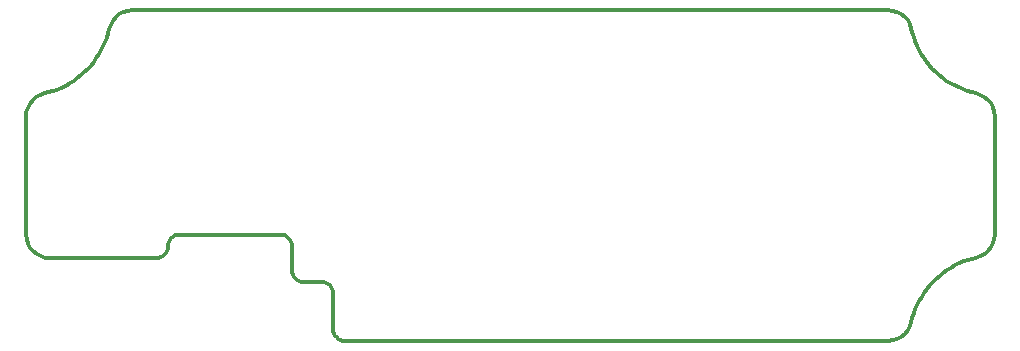
<source format=gm1>
G04 BAE OUTPUT*
%MOIN*%
%ADD10C,0.00500*%
%ADD11C,0.00787*%
%ADD12R,0.00787X0.05904*%
%ADD13R,0.00787X0.05906*%
%ADD14R,0.00787X0.06299*%
%ADD15R,0.00787X0.10236*%
%ADD16C,0.00984*%
%ADD17R,0.00984X0.09843*%
%ADD18R,0.00984X0.11811*%
%ADD19R,0.00984X0.27559*%
%ADD20R,0.00984X0.44291*%
%ADD21C,0.00985*%
%ADD22R,0.00985X0.09843*%
%ADD23R,0.00985X0.11811*%
%ADD24R,0.00985X0.27559*%
%ADD25R,0.00985X0.44291*%
%ADD26R,0.01102X0.05904*%
%ADD27R,0.01102X0.05906*%
%ADD28C,0.01181*%
%ADD29R,0.01181X0.06102*%
%ADD30R,0.01181X0.11811*%
%ADD31C,0.01575*%
%ADD32R,0.01575X0.02362*%
%ADD33R,0.01575X0.05906*%
%ADD34R,0.01575X0.18898*%
%ADD35R,0.01575X0.23228*%
%ADD36C,0.01576*%
%ADD37R,0.01576X0.02362*%
%ADD38R,0.01576X0.05904*%
%ADD39R,0.01576X0.18898*%
%ADD40R,0.01576X0.23228*%
%ADD41R,0.01693X0.06496*%
%ADD42R,0.01772X0.06693*%
%ADD43C,0.01969*%
%ADD44R,0.01969X0.02362*%
%ADD45R,0.02164X0.06496*%
%ADD46R,0.02165X0.06496*%
%ADD47R,0.02362X0.01575*%
%ADD48R,0.02362X0.01576*%
%ADD49R,0.02362X0.01969*%
%ADD50C,0.02362*%
%ADD51R,0.02362X0.02362*%
%ADD52R,0.02362X0.02755*%
%ADD53R,0.02362X0.02756*%
%ADD54R,0.02362X0.05118*%
%ADD55R,0.02362X0.06102*%
%ADD56R,0.02520X0.02520*%
%ADD57R,0.02755X0.02362*%
%ADD58R,0.02756X0.02362*%
%ADD59R,0.02953X0.03346*%
%ADD60R,0.02953X0.05709*%
%ADD61R,0.02953X0.06693*%
%ADD62R,0.03150X0.05904*%
%ADD63R,0.03150X0.05906*%
%ADD64R,0.03346X0.02953*%
%ADD65C,0.03543*%
%ADD66R,0.03543X0.04331*%
%ADD67R,0.03543X0.04724*%
%ADD68R,0.03543X0.04725*%
%ADD69R,0.03543X0.05904*%
%ADD70R,0.03543X0.05906*%
%ADD71R,0.03543X0.06299*%
%ADD72R,0.03740X0.06496*%
%ADD73C,0.03937*%
%ADD74R,0.03937X0.04134*%
%ADD75R,0.03937X0.06693*%
%ADD76R,0.03937X0.11811*%
%ADD77R,0.04134X0.03937*%
%ADD78R,0.04134X0.04921*%
%ADD79R,0.04134X0.05315*%
%ADD80R,0.04134X0.05316*%
%ADD81R,0.04134X0.08661*%
%ADD82R,0.04331X0.03543*%
%ADD83R,0.04331X0.06693*%
%ADD84R,0.04331X0.10236*%
%ADD85R,0.04528X0.04724*%
%ADD86R,0.04528X0.04725*%
%ADD87R,0.04528X0.07283*%
%ADD88R,0.04528X0.12402*%
%ADD89R,0.04724X0.03543*%
%ADD90R,0.04724X0.04528*%
%ADD91R,0.04724X0.05512*%
%ADD92R,0.04724X0.05906*%
%ADD93R,0.04724X0.07087*%
%ADD94R,0.04724X0.09252*%
%ADD95R,0.04725X0.03543*%
%ADD96R,0.04725X0.04528*%
%ADD97R,0.04725X0.05512*%
%ADD98R,0.04725X0.05904*%
%ADD99R,0.04725X0.07087*%
%ADD100R,0.04725X0.09252*%
%ADD101R,0.04921X0.04134*%
%ADD102R,0.04921X0.07283*%
%ADD103R,0.04921X0.10827*%
%ADD104R,0.05118X0.02362*%
%ADD105R,0.05315X0.04134*%
%ADD106R,0.05315X0.06102*%
%ADD107R,0.05315X0.06496*%
%ADD108R,0.05315X0.07677*%
%ADD109R,0.05316X0.04134*%
%ADD110R,0.05316X0.06102*%
%ADD111R,0.05316X0.06496*%
%ADD112R,0.05316X0.07677*%
%ADD113R,0.05512X0.04724*%
%ADD114R,0.05512X0.04725*%
%ADD115R,0.05709X0.02953*%
%ADD116R,0.05709X0.07874*%
%ADD117R,0.05709X0.07875*%
%ADD118R,0.05904X0.00787*%
%ADD119R,0.05904X0.01102*%
%ADD120R,0.05904X0.01576*%
%ADD121R,0.05904X0.03150*%
%ADD122R,0.05904X0.03543*%
%ADD123R,0.05904X0.04725*%
%ADD124R,0.05904X0.09449*%
%ADD125R,0.05906X0.00787*%
%ADD126R,0.05906X0.01102*%
%ADD127R,0.05906X0.01575*%
%ADD128R,0.05906X0.03150*%
%ADD129R,0.05906X0.03543*%
%ADD130R,0.05906X0.04724*%
%ADD131R,0.05906X0.09449*%
%ADD132R,0.06102X0.01181*%
%ADD133R,0.06102X0.02362*%
%ADD134R,0.06102X0.05315*%
%ADD135R,0.06102X0.05316*%
%ADD136R,0.06299X0.00787*%
%ADD137R,0.06299X0.03543*%
%ADD138C,0.06299*%
%ADD139R,0.06299X0.08268*%
%ADD140R,0.06299X0.08465*%
%ADD141R,0.06299X0.08466*%
%ADD142R,0.06299X0.13780*%
%ADD143R,0.06496X0.01693*%
%ADD144R,0.06496X0.02164*%
%ADD145R,0.06496X0.02165*%
%ADD146R,0.06496X0.03740*%
%ADD147R,0.06496X0.05315*%
%ADD148R,0.06496X0.05316*%
%ADD149R,0.06693X0.01772*%
%ADD150R,0.06693X0.02953*%
%ADD151R,0.06693X0.03937*%
%ADD152R,0.06693X0.04331*%
%ADD153R,0.06890X0.08858*%
%ADD154R,0.06890X0.14370*%
%ADD155R,0.07087X0.04724*%
%ADD156R,0.07087X0.04725*%
%ADD157C,0.07087*%
%ADD158R,0.07283X0.04528*%
%ADD159R,0.07283X0.04921*%
%ADD160R,0.07283X0.08661*%
%ADD161C,0.07480*%
%ADD162R,0.07677X0.05315*%
%ADD163R,0.07677X0.05316*%
%ADD164C,0.07677*%
%ADD165R,0.07874X0.05709*%
%ADD166R,0.07874X0.23622*%
%ADD167R,0.07875X0.05709*%
%ADD168R,0.07875X0.23622*%
%ADD169R,0.08268X0.06299*%
%ADD170C,0.08268*%
%ADD171R,0.08465X0.06299*%
%ADD172R,0.08465X0.24213*%
%ADD173R,0.08466X0.06299*%
%ADD174R,0.08466X0.24213*%
%ADD175R,0.08661X0.04134*%
%ADD176R,0.08661X0.07283*%
%ADD177R,0.08858X0.06890*%
%ADD178C,0.09054*%
%ADD179C,0.09055*%
%ADD180R,0.09252X0.04724*%
%ADD181R,0.09252X0.04725*%
%ADD182R,0.09449X0.05904*%
%ADD183R,0.09449X0.05906*%
%ADD184C,0.09449*%
%ADD185R,0.09843X0.00984*%
%ADD186R,0.09843X0.00985*%
%ADD187R,0.09843X0.12992*%
%ADD188R,0.10236X0.00787*%
%ADD189R,0.10236X0.04331*%
%ADD190R,0.10433X0.13583*%
%ADD191R,0.10827X0.04921*%
%ADD192R,0.11811X0.00984*%
%ADD193R,0.11811X0.00985*%
%ADD194R,0.11811X0.01181*%
%ADD195R,0.11811X0.03937*%
%ADD196R,0.12402X0.04528*%
%ADD197C,0.12598*%
%ADD198R,0.12992X0.09843*%
%ADD199R,0.13583X0.10433*%
%ADD200R,0.13780X0.06299*%
%ADD201R,0.14370X0.06890*%
%ADD202R,0.16142X0.18898*%
%ADD203R,0.16732X0.19488*%
%ADD204C,0.17717*%
%ADD205R,0.18898X0.01575*%
%ADD206R,0.18898X0.01576*%
%ADD207R,0.18898X0.16142*%
%ADD208R,0.19488X0.16732*%
%ADD209R,0.23228X0.01575*%
%ADD210R,0.23228X0.01576*%
%ADD211R,0.23622X0.07874*%
%ADD212R,0.23622X0.07875*%
%ADD213R,0.24213X0.08465*%
%ADD214R,0.24213X0.08466*%
%ADD215R,0.27559X0.00984*%
%ADD216R,0.27559X0.00985*%
%ADD217R,0.44291X0.00984*%
%ADD218R,0.44291X0.00985*%
%FSLAX34Y34*%
%MOMM*%
G01*
X0Y0D02*
G54D28*
X475000Y322500D02*
X475384Y318598D01*
X476522Y314846*
X478371Y311389*
X480858Y308358*
X483889Y305871*
X487346Y304022*
X491098Y302884*
X495000Y302500*
X585000*
X586951Y302692*
X588827Y303261*
X590556Y304185*
X592071Y305429*
X593315Y306944*
X594239Y308673*
X594808Y310549*
X595000Y312500*
X595192Y314451*
X595761Y316327*
X596685Y318056*
X597929Y319571*
X599444Y320815*
X601173Y321739*
X603049Y322308*
X605000Y322500*
X690000*
X691951Y322308*
X693827Y321739*
X695556Y320815*
X697071Y319571*
X698315Y318056*
X699239Y316327*
X699808Y314451*
X700000Y312500*
Y292500*
X700192Y290549*
X700761Y288673*
X701685Y286944*
X702929Y285429*
X704444Y284185*
X706173Y283261*
X708049Y282692*
X710000Y282500*
X725000*
X726951Y282308*
X728827Y281739*
X730556Y280815*
X732071Y279571*
X733315Y278056*
X734239Y276327*
X734808Y274451*
X735000Y272500*
Y242500*
X735192Y240549*
X735761Y238673*
X736685Y236944*
X737929Y235429*
X739444Y234185*
X741173Y233261*
X743049Y232692*
X745000Y232500*
X1205000*
X1208902Y232884*
X1212654Y234022*
X1216111Y235871*
X1219142Y238358*
X1221629Y241389*
X1223478Y244846*
X1224524Y248161*
X1225479Y251970*
X1226641Y255721*
X1228004Y259403*
X1229566Y263005*
X1231321Y266518*
X1233265Y269929*
X1235391Y273230*
X1237694Y276411*
X1240166Y279462*
X1242800Y282373*
X1245589Y285137*
X1248523Y287746*
X1251596Y290191*
X1254796Y292466*
X1258116Y294563*
X1261545Y296476*
X1265072Y298200*
X1268689Y299730*
X1272383Y301061*
X1276144Y302189*
X1279339Y302976*
X1283064Y304198*
X1286480Y306123*
X1289454Y308677*
X1291873Y311763*
X1293644Y315261*
X1294698Y319037*
X1295000Y322500*
Y422500*
X1294616Y426402*
X1293478Y430154*
X1291629Y433611*
X1289142Y436642*
X1286111Y439129*
X1282654Y440978*
X1279339Y442024*
X1275530Y442979*
X1271779Y444141*
X1268097Y445504*
X1264495Y447066*
X1260982Y448821*
X1257571Y450765*
X1254270Y452891*
X1251089Y455194*
X1248039Y457666*
X1245127Y460300*
X1242363Y463089*
X1239754Y466023*
X1237309Y469096*
X1235035Y472296*
X1232938Y475616*
X1231024Y479045*
X1229300Y482572*
X1227770Y486189*
X1226439Y489883*
X1226047Y491106*
X1224524Y496839*
X1223302Y500564*
X1221377Y503980*
X1218823Y506954*
X1215738Y509373*
X1212239Y511144*
X1208463Y512198*
X1205000Y512500*
X565000*
X561098Y512116*
X557346Y510978*
X553889Y509129*
X550858Y506642*
X548371Y503611*
X546522Y500154*
X545476Y496839*
X544521Y493030*
X543359Y489279*
X541996Y485597*
X540434Y481995*
X538679Y478482*
X536735Y475071*
X534609Y471770*
X532306Y468589*
X529834Y465538*
X527200Y462627*
X524411Y459863*
X521476Y457254*
X518404Y454809*
X515203Y452535*
X511884Y450437*
X508455Y448524*
X504927Y446800*
X501311Y445270*
X497617Y443939*
X493856Y442811*
X490661Y442024*
X486936Y440802*
X483520Y438877*
X480546Y436323*
X478127Y433237*
X476356Y429739*
X475302Y425963*
X475000Y422500*
Y322500*
X0Y0D02*
M02*
*

</source>
